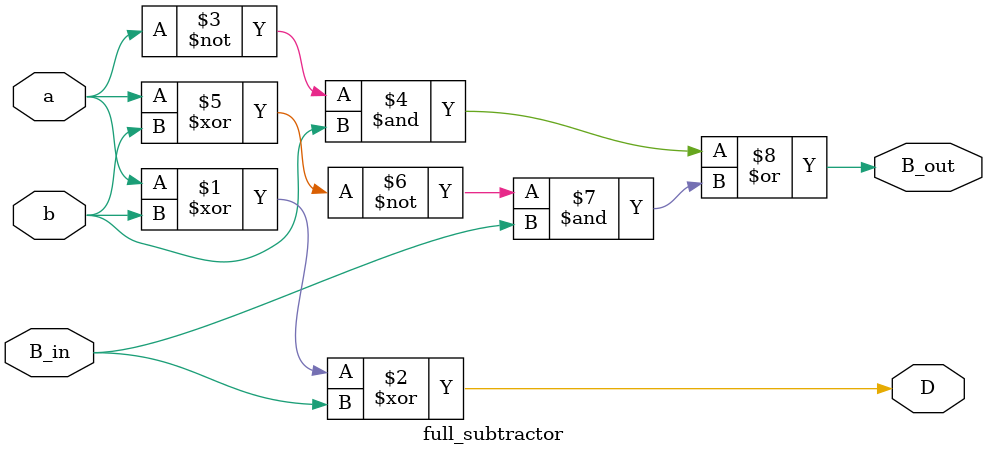
<source format=v>
module full_subtractor(input a, b, B_in, output D, B_out);
  assign D = a ^ b ^ B_in;
  assign B_out = (~a & b) | (~(a ^ b) & B_in);
endmodule
</source>
